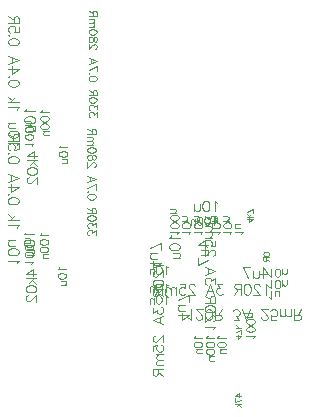
<source format=gbr>
%TF.GenerationSoftware,Altium Limited,Altium Designer,20.1.12 (249)*%
G04 Layer_Color=8388736*
%FSLAX45Y45*%
%MOMM*%
%TF.SameCoordinates,4EE8302A-A9A8-49E0-93C5-14594FCB678D*%
%TF.FilePolarity,Positive*%
%TF.FileFunction,Other,M22-_Assy_Value-B*%
%TF.Part,Single*%
G01*
G75*
%TA.AperFunction,NonConductor*%
%ADD134C,0.07000*%
%ADD135C,0.09000*%
%ADD136C,0.05000*%
D134*
X894985Y1396665D02*
Y1433324D01*
X868324Y1413328D01*
Y1423326D01*
X864992Y1429992D01*
X861659Y1433324D01*
X851661Y1436657D01*
X844996D01*
X834998Y1433324D01*
X828333Y1426659D01*
X825000Y1416661D01*
Y1406663D01*
X828333Y1396665D01*
X831665Y1393333D01*
X838331Y1390000D01*
X894985Y1458985D02*
Y1495644D01*
X868324Y1475649D01*
Y1485647D01*
X864992Y1492312D01*
X861659Y1495644D01*
X851661Y1498977D01*
X844996D01*
X834998Y1495644D01*
X828333Y1488979D01*
X825000Y1478981D01*
Y1468983D01*
X828333Y1458985D01*
X831665Y1455653D01*
X838331Y1452320D01*
X894985Y1534636D02*
X891653Y1524638D01*
X881655Y1517973D01*
X864992Y1514640D01*
X854994D01*
X838331Y1517973D01*
X828333Y1524638D01*
X825000Y1534636D01*
Y1541301D01*
X828333Y1551299D01*
X838331Y1557964D01*
X854994Y1561297D01*
X864992D01*
X881655Y1557964D01*
X891653Y1551299D01*
X894985Y1541301D01*
Y1534636D01*
Y1576961D02*
X825000D01*
X894985D02*
Y1606954D01*
X891653Y1616952D01*
X888320Y1620285D01*
X881655Y1623617D01*
X874990D01*
X868324Y1620285D01*
X864992Y1616952D01*
X861659Y1606954D01*
Y1576961D01*
Y1600289D02*
X825000Y1623617D01*
X894985Y1714265D02*
X891653Y1704267D01*
X881655Y1697602D01*
X864992Y1694269D01*
X854994D01*
X838331Y1697602D01*
X828333Y1704267D01*
X825000Y1714265D01*
Y1720930D01*
X828333Y1730928D01*
X838331Y1737593D01*
X854994Y1740926D01*
X864992D01*
X881655Y1737593D01*
X891653Y1730928D01*
X894985Y1720930D01*
Y1714265D01*
X831665Y1759922D02*
X828333Y1756589D01*
X825000Y1759922D01*
X828333Y1763254D01*
X831665Y1759922D01*
X894985Y1825241D02*
X825000Y1791915D01*
X894985Y1778584D02*
Y1825241D01*
X825000Y1894227D02*
X894985Y1867566D01*
X825000Y1840905D01*
X848329Y1850903D02*
Y1884229D01*
X878322Y1968877D02*
X881655D01*
X888320Y1972210D01*
X891653Y1975543D01*
X894985Y1982208D01*
Y1995538D01*
X891653Y2002204D01*
X888320Y2005536D01*
X881655Y2008869D01*
X874990D01*
X868324Y2005536D01*
X858326Y1998871D01*
X825000Y1965545D01*
Y2012201D01*
X894985Y2044528D02*
X891653Y2034530D01*
X884987Y2031198D01*
X878322D01*
X871657Y2034530D01*
X868324Y2041195D01*
X864992Y2054526D01*
X861659Y2064524D01*
X854994Y2071189D01*
X848329Y2074522D01*
X838331D01*
X831665Y2071189D01*
X828333Y2067856D01*
X825000Y2057858D01*
Y2044528D01*
X828333Y2034530D01*
X831665Y2031198D01*
X838331Y2027865D01*
X848329D01*
X854994Y2031198D01*
X861659Y2037863D01*
X864992Y2047861D01*
X868324Y2061191D01*
X871657Y2067856D01*
X878322Y2071189D01*
X884987D01*
X891653Y2067856D01*
X894985Y2057858D01*
Y2044528D01*
Y2110181D02*
X891653Y2100183D01*
X881655Y2093518D01*
X864992Y2090185D01*
X854994D01*
X838331Y2093518D01*
X828333Y2100183D01*
X825000Y2110181D01*
Y2116846D01*
X828333Y2126844D01*
X838331Y2133509D01*
X854994Y2136842D01*
X864992D01*
X881655Y2133509D01*
X891653Y2126844D01*
X894985Y2116846D01*
Y2110181D01*
X871657Y2152505D02*
X825000D01*
X858326D02*
X868324Y2162503D01*
X871657Y2169168D01*
Y2179166D01*
X868324Y2185832D01*
X858326Y2189164D01*
X825000D01*
X858326D02*
X868324Y2199162D01*
X871657Y2205827D01*
Y2215825D01*
X868324Y2222490D01*
X858326Y2225823D01*
X825000D01*
X894985Y2247818D02*
X825000D01*
X894985D02*
Y2277812D01*
X891653Y2287810D01*
X888320Y2291142D01*
X881655Y2294475D01*
X874990D01*
X868324Y2291142D01*
X864992Y2287810D01*
X861659Y2277812D01*
Y2247818D01*
Y2271147D02*
X825000Y2294475D01*
X598345Y2155000D02*
X595013Y2148335D01*
X585015Y2138337D01*
X655000D01*
X585015Y2083682D02*
X588348Y2093679D01*
X598345Y2100345D01*
X615008Y2103677D01*
X625006D01*
X641670Y2100345D01*
X651667Y2093679D01*
X655000Y2083682D01*
Y2077016D01*
X651667Y2067018D01*
X641670Y2060353D01*
X625006Y2057021D01*
X615008D01*
X598345Y2060353D01*
X588348Y2067018D01*
X585015Y2077016D01*
Y2083682D01*
X608343Y2041357D02*
X641670D01*
X651667Y2038024D01*
X655000Y2031359D01*
Y2021361D01*
X651667Y2014696D01*
X641670Y2004698D01*
X608343D02*
X655000D01*
X588345Y1122500D02*
X585013Y1115835D01*
X575015Y1105837D01*
X645000D01*
X575015Y1051182D02*
X578348Y1061179D01*
X588345Y1067845D01*
X605008Y1071177D01*
X615006D01*
X631670Y1067845D01*
X641667Y1061179D01*
X645000Y1051182D01*
Y1044516D01*
X641667Y1034519D01*
X631670Y1027853D01*
X615006Y1024521D01*
X605008D01*
X588345Y1027853D01*
X578348Y1034519D01*
X575015Y1044516D01*
Y1051182D01*
X598343Y1008857D02*
X631670D01*
X641667Y1005525D01*
X645000Y998859D01*
Y988862D01*
X641667Y982196D01*
X631670Y972198D01*
X598343D02*
X645000D01*
X1584155Y1402500D02*
X1587487Y1409165D01*
X1597485Y1419163D01*
X1527500D01*
X1597485Y1473818D02*
X1594153Y1463821D01*
X1584155Y1457155D01*
X1567492Y1453823D01*
X1557494D01*
X1540831Y1457155D01*
X1530833Y1463821D01*
X1527500Y1473818D01*
Y1480484D01*
X1530833Y1490481D01*
X1540831Y1497147D01*
X1557494Y1500479D01*
X1567492D01*
X1584155Y1497147D01*
X1594153Y1490481D01*
X1597485Y1480484D01*
Y1473818D01*
Y1536138D02*
X1594153Y1526141D01*
X1584155Y1519475D01*
X1567492Y1516143D01*
X1557494D01*
X1540831Y1519475D01*
X1530833Y1526141D01*
X1527500Y1536138D01*
Y1542804D01*
X1530833Y1552802D01*
X1540831Y1559467D01*
X1557494Y1562800D01*
X1567492D01*
X1584155Y1559467D01*
X1594153Y1552802D01*
X1597485Y1542804D01*
Y1536138D01*
X1574157Y1578463D02*
X1527500D01*
X1560826D02*
X1570824Y1588461D01*
X1574157Y1595126D01*
Y1605124D01*
X1570824Y1611789D01*
X1560826Y1615122D01*
X1527500D01*
X904985Y2396665D02*
Y2433324D01*
X878324Y2413328D01*
Y2423326D01*
X874992Y2429992D01*
X871659Y2433324D01*
X861661Y2436657D01*
X854996D01*
X844998Y2433324D01*
X838333Y2426659D01*
X835000Y2416661D01*
Y2406663D01*
X838333Y2396665D01*
X841665Y2393333D01*
X848331Y2390000D01*
X904985Y2458985D02*
Y2495644D01*
X878324Y2475649D01*
Y2485647D01*
X874992Y2492312D01*
X871659Y2495644D01*
X861661Y2498977D01*
X854996D01*
X844998Y2495644D01*
X838333Y2488979D01*
X835000Y2478981D01*
Y2468983D01*
X838333Y2458985D01*
X841665Y2455653D01*
X848331Y2452320D01*
X904985Y2534636D02*
X901653Y2524638D01*
X891655Y2517973D01*
X874992Y2514640D01*
X864994D01*
X848331Y2517973D01*
X838333Y2524638D01*
X835000Y2534636D01*
Y2541301D01*
X838333Y2551299D01*
X848331Y2557964D01*
X864994Y2561297D01*
X874992D01*
X891655Y2557964D01*
X901653Y2551299D01*
X904985Y2541301D01*
Y2534636D01*
Y2576961D02*
X835000D01*
X904985D02*
Y2606954D01*
X901653Y2616952D01*
X898320Y2620285D01*
X891655Y2623617D01*
X884990D01*
X878324Y2620285D01*
X874992Y2616952D01*
X871659Y2606954D01*
Y2576961D01*
Y2600289D02*
X835000Y2623617D01*
X904985Y2714265D02*
X901653Y2704267D01*
X891655Y2697602D01*
X874992Y2694269D01*
X864994D01*
X848331Y2697602D01*
X838333Y2704267D01*
X835000Y2714265D01*
Y2720930D01*
X838333Y2730928D01*
X848331Y2737593D01*
X864994Y2740926D01*
X874992D01*
X891655Y2737593D01*
X901653Y2730928D01*
X904985Y2720930D01*
Y2714265D01*
X841665Y2759922D02*
X838333Y2756589D01*
X835000Y2759922D01*
X838333Y2763254D01*
X841665Y2759922D01*
X904985Y2825241D02*
X835000Y2791915D01*
X904985Y2778584D02*
Y2825241D01*
X835000Y2894227D02*
X904985Y2867566D01*
X835000Y2840905D01*
X858328Y2850903D02*
Y2884229D01*
X888322Y2968877D02*
X891655D01*
X898320Y2972210D01*
X901653Y2975543D01*
X904985Y2982208D01*
Y2995538D01*
X901653Y3002204D01*
X898320Y3005536D01*
X891655Y3008869D01*
X884990D01*
X878324Y3005536D01*
X868326Y2998871D01*
X835000Y2965545D01*
Y3012201D01*
X904985Y3044528D02*
X901653Y3034530D01*
X894987Y3031198D01*
X888322D01*
X881657Y3034530D01*
X878324Y3041195D01*
X874992Y3054526D01*
X871659Y3064524D01*
X864994Y3071189D01*
X858328Y3074522D01*
X848331D01*
X841665Y3071189D01*
X838333Y3067856D01*
X835000Y3057859D01*
Y3044528D01*
X838333Y3034530D01*
X841665Y3031198D01*
X848331Y3027865D01*
X858328D01*
X864994Y3031198D01*
X871659Y3037863D01*
X874992Y3047861D01*
X878324Y3061191D01*
X881657Y3067856D01*
X888322Y3071189D01*
X894987D01*
X901653Y3067856D01*
X904985Y3057859D01*
Y3044528D01*
Y3110181D02*
X901653Y3100183D01*
X891655Y3093518D01*
X874992Y3090185D01*
X864994D01*
X848331Y3093518D01*
X838333Y3100183D01*
X835000Y3110181D01*
Y3116846D01*
X838333Y3126844D01*
X848331Y3133509D01*
X864994Y3136842D01*
X874992D01*
X891655Y3133509D01*
X901653Y3126844D01*
X904985Y3116846D01*
Y3110181D01*
X881657Y3152505D02*
X835000D01*
X868326D02*
X878324Y3162503D01*
X881657Y3169168D01*
Y3179166D01*
X878324Y3185832D01*
X868326Y3189164D01*
X835000D01*
X868326D02*
X878324Y3199162D01*
X881657Y3205827D01*
Y3215825D01*
X878324Y3222490D01*
X868326Y3225823D01*
X835000D01*
X904985Y3247818D02*
X835000D01*
X904985D02*
Y3277812D01*
X901653Y3287810D01*
X898320Y3291142D01*
X891655Y3294475D01*
X884990D01*
X878324Y3291142D01*
X874992Y3287810D01*
X871659Y3277812D01*
Y3247818D01*
Y3271147D02*
X835000Y3294475D01*
X440845Y2452500D02*
X437513Y2445835D01*
X427515Y2435837D01*
X497500D01*
X427515Y2381182D02*
X430847Y2391179D01*
X440845Y2397845D01*
X457508Y2401177D01*
X467506D01*
X484169Y2397845D01*
X494167Y2391179D01*
X497500Y2381182D01*
Y2374516D01*
X494167Y2364519D01*
X484169Y2357853D01*
X467506Y2354521D01*
X457508D01*
X440845Y2357853D01*
X430847Y2364519D01*
X427515Y2374516D01*
Y2381182D01*
Y2318862D02*
X430847Y2328859D01*
X440845Y2335524D01*
X457508Y2338857D01*
X467506D01*
X484169Y2335524D01*
X494167Y2328859D01*
X497500Y2318862D01*
Y2312196D01*
X494167Y2302198D01*
X484169Y2295533D01*
X467506Y2292200D01*
X457508D01*
X440845Y2295533D01*
X430847Y2302198D01*
X427515Y2312196D01*
Y2318862D01*
X450843Y2276537D02*
X497500D01*
X464174D02*
X454176Y2266539D01*
X450843Y2259874D01*
Y2249876D01*
X454176Y2243211D01*
X464174Y2239878D01*
X497500D01*
X354155Y2150000D02*
X357487Y2156665D01*
X367485Y2166663D01*
X297500D01*
X367485Y2221318D02*
X364152Y2211320D01*
X354155Y2204655D01*
X337492Y2201322D01*
X327494D01*
X310830Y2204655D01*
X300833Y2211320D01*
X297500Y2221318D01*
Y2227984D01*
X300833Y2237981D01*
X310830Y2244647D01*
X327494Y2247979D01*
X337492D01*
X354155Y2244647D01*
X364152Y2237981D01*
X367485Y2227984D01*
Y2221318D01*
Y2283638D02*
X364152Y2273641D01*
X354155Y2266975D01*
X337492Y2263643D01*
X327494D01*
X310830Y2266975D01*
X300833Y2273641D01*
X297500Y2283638D01*
Y2290304D01*
X300833Y2300301D01*
X310830Y2306967D01*
X327494Y2310299D01*
X337492D01*
X354155Y2306967D01*
X364152Y2300301D01*
X367485Y2290304D01*
Y2283638D01*
X344157Y2325963D02*
X297500D01*
X330826D02*
X340824Y2335961D01*
X344157Y2342626D01*
Y2352624D01*
X340824Y2359289D01*
X330826Y2362622D01*
X297500D01*
X435845Y1409999D02*
X432513Y1403334D01*
X422515Y1393336D01*
X492500D01*
X422515Y1338681D02*
X425848Y1348679D01*
X435845Y1355344D01*
X452508Y1358677D01*
X462506D01*
X479169Y1355344D01*
X489167Y1348679D01*
X492500Y1338681D01*
Y1332016D01*
X489167Y1322018D01*
X479169Y1315353D01*
X462506Y1312020D01*
X452508D01*
X435845Y1315353D01*
X425848Y1322018D01*
X422515Y1332016D01*
Y1338681D01*
Y1276361D02*
X425848Y1286359D01*
X435845Y1293024D01*
X452508Y1296357D01*
X462506D01*
X479169Y1293024D01*
X489167Y1286359D01*
X492500Y1276361D01*
Y1269696D01*
X489167Y1259698D01*
X479169Y1253033D01*
X462506Y1249700D01*
X452508D01*
X435845Y1253033D01*
X425848Y1259698D01*
X422515Y1269696D01*
Y1276361D01*
X445843Y1234037D02*
X492500D01*
X459174D02*
X449176Y1224039D01*
X445843Y1217373D01*
Y1207376D01*
X449176Y1200710D01*
X459174Y1197378D01*
X492500D01*
X351655Y1152500D02*
X354987Y1159165D01*
X364985Y1169163D01*
X295000D01*
X364985Y1223818D02*
X361653Y1213820D01*
X351655Y1207155D01*
X334992Y1203822D01*
X324994D01*
X308331Y1207155D01*
X298333Y1213820D01*
X295000Y1223818D01*
Y1230483D01*
X298333Y1240481D01*
X308331Y1247146D01*
X324994Y1250479D01*
X334992D01*
X351655Y1247146D01*
X361653Y1240481D01*
X364985Y1230483D01*
Y1223818D01*
Y1286138D02*
X361653Y1276140D01*
X351655Y1269475D01*
X334992Y1266143D01*
X324994D01*
X308331Y1269475D01*
X298333Y1276140D01*
X295000Y1286138D01*
Y1292804D01*
X298333Y1302801D01*
X308331Y1309467D01*
X324994Y1312799D01*
X334992D01*
X351655Y1309467D01*
X361653Y1302801D01*
X364985Y1292804D01*
Y1286138D01*
X341657Y1328463D02*
X295000D01*
X328326D02*
X338324Y1338461D01*
X341657Y1345126D01*
Y1355124D01*
X338324Y1361789D01*
X328326Y1365121D01*
X295000D01*
X2229155Y522500D02*
X2232487Y529165D01*
X2242485Y539163D01*
X2172500D01*
X2242485Y593818D02*
X2239152Y583821D01*
X2229155Y577155D01*
X2212492Y573823D01*
X2202494D01*
X2185831Y577155D01*
X2175833Y583821D01*
X2172500Y593818D01*
Y600484D01*
X2175833Y610481D01*
X2185831Y617147D01*
X2202494Y620479D01*
X2212492D01*
X2229155Y617147D01*
X2239152Y610481D01*
X2242485Y600484D01*
Y593818D01*
Y656138D02*
X2239152Y646141D01*
X2229155Y639475D01*
X2212492Y636143D01*
X2202494D01*
X2185831Y639475D01*
X2175833Y646141D01*
X2172500Y656138D01*
Y662804D01*
X2175833Y672802D01*
X2185831Y679467D01*
X2202494Y682799D01*
X2212492D01*
X2229155Y679467D01*
X2239152Y672802D01*
X2242485Y662804D01*
Y656138D01*
X2219157Y698463D02*
X2172500D01*
X2205826D02*
X2215824Y708461D01*
X2219157Y715126D01*
Y725124D01*
X2215824Y731789D01*
X2205826Y735122D01*
X2172500D01*
X1912500Y1536655D02*
X1905835Y1539988D01*
X1895837Y1549985D01*
Y1480000D01*
X1841182Y1549985D02*
X1851180Y1546653D01*
X1857845Y1536655D01*
X1861178Y1519992D01*
Y1509994D01*
X1857845Y1493331D01*
X1851180Y1483333D01*
X1841182Y1480000D01*
X1834517D01*
X1824519Y1483333D01*
X1817854Y1493331D01*
X1814521Y1509994D01*
Y1519992D01*
X1817854Y1536655D01*
X1824519Y1546653D01*
X1834517Y1549985D01*
X1841182D01*
X1778862D02*
X1788860Y1546653D01*
X1795525Y1536655D01*
X1798857Y1519992D01*
Y1509994D01*
X1795525Y1493331D01*
X1788860Y1483333D01*
X1778862Y1480000D01*
X1772196D01*
X1762199Y1483333D01*
X1755533Y1493331D01*
X1752201Y1509994D01*
Y1519992D01*
X1755533Y1536655D01*
X1762199Y1546653D01*
X1772196Y1549985D01*
X1778862D01*
X1736537Y1526657D02*
Y1480000D01*
Y1513327D02*
X1726539Y1523324D01*
X1719874Y1526657D01*
X1709876D01*
X1703211Y1523324D01*
X1699878Y1513327D01*
Y1480000D01*
X1843345Y542500D02*
X1840013Y535835D01*
X1830015Y525837D01*
X1900000D01*
X1830015Y471182D02*
X1833348Y481180D01*
X1843345Y487845D01*
X1860008Y491178D01*
X1870006D01*
X1886670Y487845D01*
X1896667Y481180D01*
X1900000Y471182D01*
Y464516D01*
X1896667Y454519D01*
X1886670Y447854D01*
X1870006Y444521D01*
X1860008D01*
X1843345Y447854D01*
X1833348Y454519D01*
X1830015Y464516D01*
Y471182D01*
Y408862D02*
X1833348Y418859D01*
X1843345Y425525D01*
X1860008Y428857D01*
X1870006D01*
X1886670Y425525D01*
X1896667Y418859D01*
X1900000Y408862D01*
Y402196D01*
X1896667Y392199D01*
X1886670Y385533D01*
X1870006Y382201D01*
X1860008D01*
X1843345Y385533D01*
X1833348Y392199D01*
X1830015Y402196D01*
Y408862D01*
X1853343Y366537D02*
X1900000D01*
X1866674D02*
X1856676Y356539D01*
X1853343Y349874D01*
Y339876D01*
X1856676Y333211D01*
X1866674Y329878D01*
X1900000D01*
X2129155Y1402500D02*
X2132487Y1409165D01*
X2142485Y1419163D01*
X2072500D01*
X2119157Y1453823D02*
X2085831D01*
X2075833Y1457155D01*
X2072500Y1463821D01*
Y1473818D01*
X2075833Y1480484D01*
X2085831Y1490481D01*
X2119157D02*
X2072500D01*
X1681655Y1402500D02*
X1684987Y1409165D01*
X1694985Y1419163D01*
X1625000D01*
X1694985Y1473818D02*
X1691653Y1463821D01*
X1681655Y1457155D01*
X1664992Y1453823D01*
X1654994D01*
X1638331Y1457155D01*
X1628333Y1463821D01*
X1625000Y1473818D01*
Y1480484D01*
X1628333Y1490481D01*
X1638331Y1497147D01*
X1654994Y1500479D01*
X1664992D01*
X1681655Y1497147D01*
X1691653Y1490481D01*
X1694985Y1480484D01*
Y1473818D01*
X1671657Y1516143D02*
X1625000D01*
X1658327D02*
X1668324Y1526141D01*
X1671657Y1532806D01*
Y1542804D01*
X1668324Y1549469D01*
X1658327Y1552802D01*
X1625000D01*
X1505000Y869155D02*
X1498335Y872487D01*
X1488337Y882485D01*
Y812500D01*
X1433682Y882485D02*
X1443680Y879152D01*
X1450345Y869155D01*
X1453678Y852492D01*
Y842494D01*
X1450345Y825830D01*
X1443680Y815833D01*
X1433682Y812500D01*
X1427016D01*
X1417019Y815833D01*
X1410354Y825830D01*
X1407021Y842494D01*
Y852492D01*
X1410354Y869155D01*
X1417019Y879152D01*
X1427016Y882485D01*
X1433682D01*
X1391357Y859157D02*
Y812500D01*
Y845826D02*
X1381359Y855824D01*
X1374694Y859157D01*
X1364696D01*
X1358031Y855824D01*
X1354699Y845826D01*
Y812500D01*
X1934155Y1402500D02*
X1937487Y1409165D01*
X1947485Y1419163D01*
X1877500D01*
X1947485Y1473818D02*
X1944153Y1463821D01*
X1934155Y1457155D01*
X1917492Y1453823D01*
X1907494D01*
X1890831Y1457155D01*
X1880833Y1463821D01*
X1877500Y1473818D01*
Y1480484D01*
X1880833Y1490481D01*
X1890831Y1497147D01*
X1907494Y1500479D01*
X1917492D01*
X1934155Y1497147D01*
X1944153Y1490481D01*
X1947485Y1480484D01*
Y1473818D01*
X1924157Y1516143D02*
X1877500D01*
X1910827D02*
X1920824Y1526141D01*
X1924157Y1532806D01*
Y1542804D01*
X1920824Y1549469D01*
X1910827Y1552802D01*
X1877500D01*
X1505000Y1119155D02*
X1498335Y1122487D01*
X1488337Y1132485D01*
Y1062500D01*
X1433682Y1132485D02*
X1443680Y1129152D01*
X1450345Y1119155D01*
X1453678Y1102492D01*
Y1092494D01*
X1450345Y1075830D01*
X1443680Y1065833D01*
X1433682Y1062500D01*
X1427016D01*
X1417019Y1065833D01*
X1410354Y1075830D01*
X1407021Y1092494D01*
Y1102492D01*
X1410354Y1119155D01*
X1417019Y1129152D01*
X1427016Y1132485D01*
X1433682D01*
X1391357Y1109157D02*
Y1062500D01*
Y1095826D02*
X1381359Y1105824D01*
X1374694Y1109157D01*
X1364696D01*
X1358031Y1105824D01*
X1354699Y1095826D01*
Y1062500D01*
X1505000Y969155D02*
X1498335Y972487D01*
X1488337Y982485D01*
Y912500D01*
X1433682Y982485D02*
X1443680Y979152D01*
X1450345Y969155D01*
X1453678Y952492D01*
Y942494D01*
X1450345Y925831D01*
X1443680Y915833D01*
X1433682Y912500D01*
X1427016D01*
X1417019Y915833D01*
X1410354Y925831D01*
X1407021Y942494D01*
Y952492D01*
X1410354Y969155D01*
X1417019Y979152D01*
X1427016Y982485D01*
X1433682D01*
X1391357Y959157D02*
Y912500D01*
Y945826D02*
X1381359Y955824D01*
X1374694Y959157D01*
X1364696D01*
X1358031Y955824D01*
X1354699Y945826D01*
Y912500D01*
X1738346Y542500D02*
X1735013Y535835D01*
X1725015Y525837D01*
X1795000D01*
X1725015Y471182D02*
X1728348Y481180D01*
X1738346Y487845D01*
X1755009Y491178D01*
X1765007D01*
X1781670Y487845D01*
X1791667Y481180D01*
X1795000Y471182D01*
Y464516D01*
X1791667Y454519D01*
X1781670Y447854D01*
X1765007Y444521D01*
X1755009D01*
X1738346Y447854D01*
X1728348Y454519D01*
X1725015Y464516D01*
Y471182D01*
X1748343Y428857D02*
X1795000D01*
X1761674D02*
X1751676Y418859D01*
X1748343Y412194D01*
Y402196D01*
X1751676Y395531D01*
X1761674Y392199D01*
X1795000D01*
X1784155Y1402500D02*
X1787487Y1409165D01*
X1797485Y1419163D01*
X1727500D01*
X1797485Y1473818D02*
X1794153Y1463821D01*
X1784155Y1457155D01*
X1767492Y1453823D01*
X1757494D01*
X1740831Y1457155D01*
X1730833Y1463821D01*
X1727500Y1473818D01*
Y1480484D01*
X1730833Y1490481D01*
X1740831Y1497147D01*
X1757494Y1500479D01*
X1767492D01*
X1784155Y1497147D01*
X1794153Y1490481D01*
X1797485Y1480484D01*
Y1473818D01*
X1774157Y1516143D02*
X1727500D01*
X1760827D02*
X1770824Y1526141D01*
X1774157Y1532806D01*
Y1542804D01*
X1770824Y1549469D01*
X1760827Y1552802D01*
X1727500D01*
X2362500Y1053345D02*
X2369165Y1050013D01*
X2379163Y1040015D01*
Y1110000D01*
X2433818Y1040015D02*
X2423821Y1043348D01*
X2417155Y1053345D01*
X2413823Y1070009D01*
Y1080006D01*
X2417155Y1096670D01*
X2423821Y1106667D01*
X2433818Y1110000D01*
X2440484D01*
X2450482Y1106667D01*
X2457147Y1096670D01*
X2460479Y1080006D01*
Y1070009D01*
X2457147Y1053345D01*
X2450482Y1043348D01*
X2440484Y1040015D01*
X2433818D01*
X2476143Y1063343D02*
Y1110000D01*
Y1076674D02*
X2486141Y1066676D01*
X2492806Y1063343D01*
X2502804D01*
X2509469Y1066676D01*
X2512802Y1076674D01*
Y1110000D01*
X2362500Y865845D02*
X2369165Y862513D01*
X2379163Y852515D01*
Y922500D01*
X2413823Y875843D02*
Y909170D01*
X2417155Y919167D01*
X2423821Y922500D01*
X2433818D01*
X2440484Y919167D01*
X2450482Y909170D01*
Y875843D02*
Y922500D01*
X2362500Y955845D02*
X2369165Y952513D01*
X2379163Y942515D01*
Y1012500D01*
X2433818Y942515D02*
X2423821Y945848D01*
X2417155Y955845D01*
X2413823Y972509D01*
Y982507D01*
X2417155Y999170D01*
X2423821Y1009167D01*
X2433818Y1012500D01*
X2440484D01*
X2450482Y1009167D01*
X2457147Y999170D01*
X2460479Y982507D01*
Y972509D01*
X2457147Y955845D01*
X2450482Y945848D01*
X2440484Y942515D01*
X2433818D01*
X2476143Y965843D02*
Y1012500D01*
Y979174D02*
X2486141Y969176D01*
X2492806Y965843D01*
X2502804D01*
X2509469Y969176D01*
X2512802Y979174D01*
Y1012500D01*
X1938345Y542500D02*
X1935013Y535835D01*
X1925015Y525837D01*
X1995000D01*
X1925015Y471182D02*
X1928348Y481180D01*
X1938345Y487845D01*
X1955009Y491178D01*
X1965006D01*
X1981670Y487845D01*
X1991667Y481180D01*
X1995000Y471182D01*
Y464516D01*
X1991667Y454519D01*
X1981670Y447854D01*
X1965006Y444521D01*
X1955009D01*
X1938345Y447854D01*
X1928348Y454519D01*
X1925015Y464516D01*
Y471182D01*
X1948343Y428857D02*
X1995000D01*
X1961674D02*
X1951676Y418859D01*
X1948343Y412194D01*
Y402196D01*
X1951676Y395531D01*
X1961674Y392199D01*
X1995000D01*
X2031655Y1402500D02*
X2034988Y1409165D01*
X2044985Y1419163D01*
X1975000D01*
X2044985Y1473818D02*
X2041653Y1463821D01*
X2031655Y1457155D01*
X2014992Y1453823D01*
X2004994D01*
X1988331Y1457155D01*
X1978333Y1463821D01*
X1975000Y1473818D01*
Y1480484D01*
X1978333Y1490481D01*
X1988331Y1497147D01*
X2004994Y1500479D01*
X2014992D01*
X2031655Y1497147D01*
X2041653Y1490481D01*
X2044985Y1480484D01*
Y1473818D01*
X2021657Y1516143D02*
X1975000D01*
X2008327D02*
X2018324Y1526141D01*
X2021657Y1532806D01*
Y1542804D01*
X2018324Y1549469D01*
X2008327Y1552802D01*
X1975000D01*
D135*
X1394658Y1162500D02*
X1390374Y1153931D01*
X1377519Y1141076D01*
X1467500D01*
X1398943Y1092230D02*
X1394658D01*
X1386089Y1087945D01*
X1381804Y1083660D01*
X1377519Y1075091D01*
Y1057951D01*
X1381804Y1049382D01*
X1386089Y1045097D01*
X1394658Y1040812D01*
X1403228D01*
X1411798Y1045097D01*
X1424652Y1053666D01*
X1467500Y1096514D01*
Y1036527D01*
X1377519Y990680D02*
X1381804Y1003534D01*
X1394658Y1012104D01*
X1416083Y1016389D01*
X1428937D01*
X1450361Y1012104D01*
X1463215Y1003534D01*
X1467500Y990680D01*
Y982110D01*
X1463215Y969256D01*
X1450361Y960686D01*
X1428937Y956401D01*
X1416083D01*
X1394658Y960686D01*
X1381804Y969256D01*
X1377519Y982110D01*
Y990680D01*
Y936263D02*
X1467500D01*
X1377519D02*
Y897700D01*
X1381804Y884845D01*
X1386089Y880560D01*
X1394658Y876276D01*
X1403228D01*
X1411798Y880560D01*
X1416083Y884845D01*
X1420367Y897700D01*
Y936263D01*
Y906269D02*
X1467500Y876276D01*
X1377519Y776868D02*
Y729735D01*
X1411798Y755444D01*
Y742590D01*
X1416083Y734020D01*
X1420367Y729735D01*
X1433222Y725451D01*
X1441791D01*
X1454646Y729735D01*
X1463215Y738305D01*
X1467500Y751160D01*
Y764014D01*
X1463215Y776868D01*
X1458930Y781153D01*
X1450361Y785438D01*
X1467500Y636755D02*
X1377519Y671034D01*
X1467500Y705312D01*
X1437506Y692458D02*
Y649610D01*
X1398943Y540776D02*
X1394658D01*
X1386089Y536491D01*
X1381804Y532206D01*
X1377519Y523637D01*
Y506497D01*
X1381804Y497928D01*
X1386089Y493643D01*
X1394658Y489358D01*
X1403228D01*
X1411798Y493643D01*
X1424652Y502213D01*
X1467500Y545061D01*
Y485073D01*
X1377519Y413517D02*
Y456365D01*
X1416083Y460650D01*
X1411798Y456365D01*
X1407513Y443511D01*
Y430656D01*
X1411798Y417802D01*
X1420367Y409232D01*
X1433222Y404948D01*
X1441791D01*
X1454646Y409232D01*
X1463215Y417802D01*
X1467500Y430656D01*
Y443511D01*
X1463215Y456365D01*
X1458930Y460650D01*
X1450361Y464935D01*
X1407513Y384809D02*
X1467500D01*
X1424652D02*
X1411798Y371955D01*
X1407513Y363385D01*
Y350531D01*
X1411798Y341961D01*
X1424652Y337676D01*
X1467500D01*
X1424652D02*
X1411798Y324822D01*
X1407513Y316252D01*
Y303398D01*
X1411798Y294828D01*
X1424652Y290543D01*
X1467500D01*
X1377519Y262264D02*
X1467500D01*
X1377519D02*
Y223700D01*
X1381804Y210846D01*
X1386089Y206561D01*
X1394658Y202276D01*
X1403228D01*
X1411798Y206561D01*
X1416083Y210846D01*
X1420367Y223700D01*
Y262264D01*
Y232270D02*
X1467500Y202276D01*
X312519Y2064652D02*
X372506Y2107500D01*
Y2043228D01*
X312519Y2064652D02*
X402500D01*
X312519Y2027374D02*
X402500D01*
X342513Y1984526D02*
X385361Y2027374D01*
X368222Y2010235D02*
X402500Y1980241D01*
X312519Y1940393D02*
X316804Y1953247D01*
X329658Y1961817D01*
X351082Y1966101D01*
X363937D01*
X385361Y1961817D01*
X398215Y1953247D01*
X402500Y1940393D01*
Y1931823D01*
X398215Y1918969D01*
X385361Y1910399D01*
X363937Y1906114D01*
X351082D01*
X329658Y1910399D01*
X316804Y1918969D01*
X312519Y1931823D01*
Y1940393D01*
X333943Y1881691D02*
X329658D01*
X321089Y1877406D01*
X316804Y1873121D01*
X312519Y1864552D01*
Y1847412D01*
X316804Y1838843D01*
X321089Y1834558D01*
X329658Y1830273D01*
X338228D01*
X346797Y1834558D01*
X359652Y1843128D01*
X402500Y1885976D01*
Y1825988D01*
X227842Y2152500D02*
X232127Y2161070D01*
X244981Y2173924D01*
X155000D01*
X244981Y2244195D02*
X240696Y2231340D01*
X227842Y2222771D01*
X206418Y2218486D01*
X193563D01*
X172139Y2222771D01*
X159285Y2231340D01*
X155000Y2244195D01*
Y2252764D01*
X159285Y2265619D01*
X172139Y2274188D01*
X193563Y2278473D01*
X206418D01*
X227842Y2274188D01*
X240696Y2265619D01*
X244981Y2252764D01*
Y2244195D01*
X214987Y2298612D02*
X172139D01*
X159285Y2302896D01*
X155000Y2311466D01*
Y2324320D01*
X159285Y2332890D01*
X172139Y2345744D01*
X214987D02*
X155000D01*
X309658Y2465000D02*
X305374Y2456430D01*
X292519Y2443576D01*
X382500D01*
X292519Y2373305D02*
X296804Y2386160D01*
X309658Y2394730D01*
X331082Y2399014D01*
X343937D01*
X365361Y2394730D01*
X378215Y2386160D01*
X382500Y2373305D01*
Y2364736D01*
X378215Y2351882D01*
X365361Y2343312D01*
X343937Y2339027D01*
X331082D01*
X309658Y2343312D01*
X296804Y2351882D01*
X292519Y2364736D01*
Y2373305D01*
X322513Y2318888D02*
X365361D01*
X378215Y2314604D01*
X382500Y2306034D01*
Y2293180D01*
X378215Y2284610D01*
X365361Y2271756D01*
X322513D02*
X382500D01*
X227842Y2452500D02*
X232127Y2461069D01*
X244981Y2473924D01*
X155000D01*
X244981Y2518486D02*
X155000D01*
X214987Y2561334D02*
X172139Y2518486D01*
X189279Y2535625D02*
X155000Y2565618D01*
X244981Y2676166D02*
X240696Y2663312D01*
X227842Y2654742D01*
X206418Y2650457D01*
X193563D01*
X172139Y2654742D01*
X159285Y2663312D01*
X155000Y2676166D01*
Y2684736D01*
X159285Y2697590D01*
X172139Y2706160D01*
X193563Y2710445D01*
X206418D01*
X227842Y2706160D01*
X240696Y2697590D01*
X244981Y2684736D01*
Y2676166D01*
X163570Y2734868D02*
X159285Y2730583D01*
X155000Y2734868D01*
X159285Y2739153D01*
X163570Y2734868D01*
X244981Y2801711D02*
X184994Y2758863D01*
Y2823135D01*
X244981Y2801711D02*
X155000D01*
Y2907546D02*
X244981Y2873267D01*
X155000Y2838989D01*
X184994Y2851843D02*
Y2894691D01*
X244981Y3024949D02*
X240696Y3012095D01*
X227842Y3003525D01*
X206418Y2999240D01*
X193563D01*
X172139Y3003525D01*
X159285Y3012095D01*
X155000Y3024949D01*
Y3033518D01*
X159285Y3046373D01*
X172139Y3054943D01*
X193563Y3059227D01*
X206418D01*
X227842Y3054943D01*
X240696Y3046373D01*
X244981Y3033518D01*
Y3024949D01*
X163570Y3083651D02*
X159285Y3079366D01*
X155000Y3083651D01*
X159285Y3087936D01*
X163570Y3083651D01*
X244981Y3159063D02*
Y3116215D01*
X206418Y3111930D01*
X210703Y3116215D01*
X214987Y3129069D01*
Y3141924D01*
X210703Y3154778D01*
X202133Y3163348D01*
X189279Y3167633D01*
X180709D01*
X167855Y3163348D01*
X159285Y3154778D01*
X155000Y3141924D01*
Y3129069D01*
X159285Y3116215D01*
X163570Y3111930D01*
X172139Y3107646D01*
X244981Y3187771D02*
X155000D01*
X244981D02*
Y3226335D01*
X240696Y3239189D01*
X236411Y3243474D01*
X227842Y3247759D01*
X219272D01*
X210703Y3243474D01*
X206418Y3239189D01*
X202133Y3226335D01*
Y3187771D01*
Y3217765D02*
X155000Y3247759D01*
X225342Y1155000D02*
X229626Y1163569D01*
X242481Y1176424D01*
X152500D01*
X242481Y1246694D02*
X238196Y1233840D01*
X225342Y1225270D01*
X203918Y1220986D01*
X191063D01*
X169639Y1225270D01*
X156785Y1233840D01*
X152500Y1246694D01*
Y1255264D01*
X156785Y1268118D01*
X169639Y1276688D01*
X191063Y1280973D01*
X203918D01*
X225342Y1276688D01*
X238196Y1268118D01*
X242481Y1255264D01*
Y1246694D01*
X212487Y1301111D02*
X169639D01*
X156785Y1305396D01*
X152500Y1313966D01*
Y1326820D01*
X156785Y1335390D01*
X169639Y1348244D01*
X212487D02*
X152500D01*
X225342Y1455000D02*
X229626Y1463569D01*
X242481Y1476424D01*
X152500D01*
X242481Y1520986D02*
X152500D01*
X212487Y1563834D02*
X169639Y1520986D01*
X186778Y1538125D02*
X152500Y1568118D01*
X242481Y1678666D02*
X238196Y1665812D01*
X225342Y1657242D01*
X203918Y1652957D01*
X191063D01*
X169639Y1657242D01*
X156785Y1665812D01*
X152500Y1678666D01*
Y1687236D01*
X156785Y1700090D01*
X169639Y1708660D01*
X191063Y1712945D01*
X203918D01*
X225342Y1708660D01*
X238196Y1700090D01*
X242481Y1687236D01*
Y1678666D01*
X161070Y1737368D02*
X156785Y1733083D01*
X152500Y1737368D01*
X156785Y1741653D01*
X161070Y1737368D01*
X242481Y1804211D02*
X182494Y1761363D01*
Y1825635D01*
X242481Y1804211D02*
X152500D01*
Y1910045D02*
X242481Y1875767D01*
X152500Y1841489D01*
X182494Y1854343D02*
Y1897191D01*
X242481Y2027449D02*
X238196Y2014594D01*
X225342Y2006025D01*
X203918Y2001740D01*
X191063D01*
X169639Y2006025D01*
X156785Y2014594D01*
X152500Y2027449D01*
Y2036018D01*
X156785Y2048873D01*
X169639Y2057442D01*
X191063Y2061727D01*
X203918D01*
X225342Y2057442D01*
X238196Y2048873D01*
X242481Y2036018D01*
Y2027449D01*
X161070Y2086151D02*
X156785Y2081866D01*
X152500Y2086151D01*
X156785Y2090435D01*
X161070Y2086151D01*
X242481Y2161563D02*
Y2118715D01*
X203918Y2114430D01*
X208203Y2118715D01*
X212487Y2131569D01*
Y2144424D01*
X208203Y2157278D01*
X199633Y2165848D01*
X186778Y2170133D01*
X178209D01*
X165355Y2165848D01*
X156785Y2157278D01*
X152500Y2144424D01*
Y2131569D01*
X156785Y2118715D01*
X161070Y2114430D01*
X169639Y2110145D01*
X242481Y2190271D02*
X152500D01*
X242481D02*
Y2228835D01*
X238196Y2241689D01*
X233911Y2245974D01*
X225342Y2250258D01*
X216772D01*
X208203Y2245974D01*
X203918Y2241689D01*
X199633Y2228835D01*
Y2190271D01*
Y2220265D02*
X152500Y2250258D01*
X304658Y1420000D02*
X300374Y1411430D01*
X287519Y1398576D01*
X377500D01*
X287519Y1328305D02*
X291804Y1341160D01*
X304658Y1349729D01*
X326082Y1354014D01*
X338937D01*
X360361Y1349729D01*
X373215Y1341160D01*
X377500Y1328305D01*
Y1319736D01*
X373215Y1306881D01*
X360361Y1298312D01*
X338937Y1294027D01*
X326082D01*
X304658Y1298312D01*
X291804Y1306881D01*
X287519Y1319736D01*
Y1328305D01*
X317513Y1273888D02*
X360361D01*
X373215Y1269604D01*
X377500Y1261034D01*
Y1248179D01*
X373215Y1239610D01*
X360361Y1226755D01*
X317513D02*
X377500D01*
X302519Y1067152D02*
X362506Y1110000D01*
Y1045728D01*
X302519Y1067152D02*
X392500D01*
X302519Y1029874D02*
X392500D01*
X332513Y987026D02*
X375361Y1029874D01*
X358222Y1012735D02*
X392500Y982741D01*
X302519Y942892D02*
X306804Y955747D01*
X319658Y964317D01*
X341082Y968601D01*
X353937D01*
X375361Y964317D01*
X388215Y955747D01*
X392500Y942892D01*
Y934323D01*
X388215Y921469D01*
X375361Y912899D01*
X353937Y908614D01*
X341082D01*
X319658Y912899D01*
X306804Y921469D01*
X302519Y934323D01*
Y942892D01*
X323943Y884191D02*
X319658D01*
X311089Y879906D01*
X306804Y875621D01*
X302519Y867052D01*
Y849912D01*
X306804Y841343D01*
X311089Y837058D01*
X319658Y832773D01*
X328228D01*
X336797Y837058D01*
X349652Y845627D01*
X392500Y888475D01*
Y828488D01*
X1925000Y1667842D02*
X1916431Y1672127D01*
X1903576Y1684981D01*
Y1595000D01*
X1833305Y1684981D02*
X1846160Y1680696D01*
X1854730Y1667842D01*
X1859014Y1646418D01*
Y1633564D01*
X1854730Y1612140D01*
X1846160Y1599285D01*
X1833305Y1595000D01*
X1824736D01*
X1811882Y1599285D01*
X1803312Y1612140D01*
X1799027Y1633564D01*
Y1646418D01*
X1803312Y1667842D01*
X1811882Y1680696D01*
X1824736Y1684981D01*
X1833305D01*
X1778888Y1654988D02*
Y1612140D01*
X1774604Y1599285D01*
X1766034Y1595000D01*
X1753180D01*
X1744610Y1599285D01*
X1731756Y1612140D01*
Y1654988D02*
Y1595000D01*
X1677500Y694658D02*
X1686070Y690374D01*
X1698924Y677519D01*
Y767500D01*
X1747771Y698943D02*
Y694658D01*
X1752056Y686089D01*
X1756340Y681804D01*
X1764910Y677519D01*
X1782049D01*
X1790619Y681804D01*
X1794903Y686089D01*
X1799188Y694658D01*
Y703228D01*
X1794903Y711797D01*
X1786334Y724652D01*
X1743486Y767500D01*
X1803473D01*
X1849321Y677519D02*
X1836466Y681804D01*
X1827897Y694658D01*
X1823612Y716082D01*
Y728937D01*
X1827897Y750361D01*
X1836466Y763215D01*
X1849321Y767500D01*
X1857890D01*
X1870745Y763215D01*
X1879314Y750361D01*
X1883599Y728937D01*
Y716082D01*
X1879314Y694658D01*
X1870745Y681804D01*
X1857890Y677519D01*
X1849321D01*
X1903738D02*
Y767500D01*
Y677519D02*
X1942301D01*
X1955155Y681804D01*
X1959440Y686089D01*
X1963725Y694658D01*
Y703228D01*
X1959440Y711797D01*
X1955155Y716082D01*
X1942301Y720367D01*
X1903738D01*
X1933731D02*
X1963725Y767500D01*
X2063132Y677519D02*
X2110265D01*
X2084556Y711797D01*
X2097411D01*
X2105980Y716082D01*
X2110265Y720367D01*
X2114550Y733222D01*
Y741791D01*
X2110265Y754645D01*
X2101695Y763215D01*
X2088841Y767500D01*
X2075986D01*
X2063132Y763215D01*
X2058847Y758930D01*
X2054563Y750361D01*
X2203245Y767500D02*
X2168967Y677519D01*
X2134688Y767500D01*
X2147543Y737506D02*
X2190391D01*
X2299225Y698943D02*
Y694658D01*
X2303509Y686089D01*
X2307794Y681804D01*
X2316364Y677519D01*
X2333503D01*
X2342073Y681804D01*
X2346357Y686089D01*
X2350642Y694658D01*
Y703228D01*
X2346357Y711797D01*
X2337788Y724652D01*
X2294940Y767500D01*
X2354927D01*
X2426483Y677519D02*
X2383635D01*
X2379350Y716082D01*
X2383635Y711797D01*
X2396489Y707513D01*
X2409344D01*
X2422198Y711797D01*
X2430768Y720367D01*
X2435053Y733222D01*
Y741791D01*
X2430768Y754645D01*
X2422198Y763215D01*
X2409344Y767500D01*
X2396489D01*
X2383635Y763215D01*
X2379350Y758930D01*
X2375066Y750361D01*
X2455191Y707513D02*
Y767500D01*
Y724652D02*
X2468046Y711797D01*
X2476615Y707513D01*
X2489470D01*
X2498039Y711797D01*
X2502324Y724652D01*
Y767500D01*
Y724652D02*
X2515179Y711797D01*
X2523748Y707513D01*
X2536602D01*
X2545172Y711797D01*
X2549457Y724652D01*
Y767500D01*
X2577737Y677519D02*
Y767500D01*
Y677519D02*
X2616300D01*
X2629154Y681804D01*
X2633439Y686089D01*
X2637724Y694658D01*
Y703228D01*
X2633439Y711797D01*
X2629154Y716082D01*
X2616300Y720367D01*
X2577737D01*
X2607730D02*
X2637724Y767500D01*
X1534658Y1390000D02*
X1530374Y1381431D01*
X1517519Y1368576D01*
X1607500D01*
X1517519Y1298306D02*
X1521804Y1311160D01*
X1534658Y1319730D01*
X1556082Y1324014D01*
X1568937D01*
X1590361Y1319730D01*
X1603215Y1311160D01*
X1607500Y1298306D01*
Y1289736D01*
X1603215Y1276882D01*
X1590361Y1268312D01*
X1568937Y1264027D01*
X1556082D01*
X1534658Y1268312D01*
X1521804Y1276882D01*
X1517519Y1289736D01*
Y1298306D01*
X1547513Y1243889D02*
X1590361D01*
X1603215Y1239604D01*
X1607500Y1231034D01*
Y1218180D01*
X1603215Y1209610D01*
X1590361Y1196756D01*
X1547513D02*
X1607500D01*
X1444981Y1155348D02*
X1384994Y1112500D01*
Y1176772D01*
X1444981Y1155348D02*
X1355000D01*
X1414988Y1192626D02*
X1372139D01*
X1359285Y1196911D01*
X1355000Y1205480D01*
Y1218335D01*
X1359285Y1226904D01*
X1372139Y1239759D01*
X1414988D02*
X1355000D01*
X1444981Y1323312D02*
X1355000Y1280464D01*
X1444981Y1263325D02*
Y1323312D01*
X1682481Y715348D02*
X1622494Y672500D01*
Y736772D01*
X1682481Y715348D02*
X1592500D01*
X1652487Y752626D02*
X1609639D01*
X1596785Y756911D01*
X1592500Y765480D01*
Y778335D01*
X1596785Y786904D01*
X1609639Y799759D01*
X1652487D02*
X1592500D01*
X1682481Y883312D02*
X1592500Y840464D01*
X1682481Y823325D02*
Y883312D01*
X1760019Y1307152D02*
X1820007Y1350000D01*
Y1285728D01*
X1760019Y1307152D02*
X1850000D01*
X1790013Y1269875D02*
X1832861D01*
X1845715Y1265590D01*
X1850000Y1257020D01*
Y1244166D01*
X1845715Y1235596D01*
X1832861Y1222742D01*
X1790013D02*
X1850000D01*
X1760019Y1139188D02*
X1850000Y1182036D01*
X1760019Y1199175D02*
Y1139188D01*
X1892842Y595000D02*
X1897127Y603570D01*
X1909981Y616424D01*
X1820000D01*
X1888557Y665271D02*
X1892842D01*
X1901411Y669556D01*
X1905696Y673840D01*
X1909981Y682410D01*
Y699549D01*
X1905696Y708119D01*
X1901411Y712403D01*
X1892842Y716688D01*
X1884272D01*
X1875703Y712403D01*
X1862848Y703834D01*
X1820000Y660986D01*
Y720973D01*
X1909981Y766821D02*
X1905696Y753966D01*
X1892842Y745397D01*
X1871418Y741112D01*
X1858563D01*
X1837139Y745397D01*
X1824285Y753966D01*
X1820000Y766821D01*
Y775390D01*
X1824285Y788245D01*
X1837139Y796814D01*
X1858563Y801099D01*
X1871418D01*
X1892842Y796814D01*
X1905696Y788245D01*
X1909981Y775390D01*
Y766821D01*
Y821238D02*
X1820000D01*
X1909981D02*
Y859801D01*
X1905696Y872655D01*
X1901411Y876940D01*
X1892842Y881225D01*
X1884272D01*
X1875703Y876940D01*
X1871418Y872655D01*
X1867133Y859801D01*
Y821238D01*
Y851231D02*
X1820000Y881225D01*
X1909981Y980632D02*
Y1027765D01*
X1875703Y1002056D01*
Y1014911D01*
X1871418Y1023480D01*
X1867133Y1027765D01*
X1854278Y1032050D01*
X1845709D01*
X1832855Y1027765D01*
X1824285Y1019195D01*
X1820000Y1006341D01*
Y993486D01*
X1824285Y980632D01*
X1828570Y976347D01*
X1837139Y972063D01*
X1820000Y1120745D02*
X1909981Y1086467D01*
X1820000Y1052188D01*
X1849994Y1065043D02*
Y1107891D01*
X1888557Y1216725D02*
X1892842D01*
X1901411Y1221009D01*
X1905696Y1225294D01*
X1909981Y1233864D01*
Y1251003D01*
X1905696Y1259573D01*
X1901411Y1263857D01*
X1892842Y1268142D01*
X1884272D01*
X1875703Y1263857D01*
X1862848Y1255288D01*
X1820000Y1212440D01*
Y1272427D01*
X1909981Y1343983D02*
Y1301135D01*
X1871418Y1296850D01*
X1875703Y1301135D01*
X1879987Y1313989D01*
Y1326844D01*
X1875703Y1339698D01*
X1867133Y1348268D01*
X1854278Y1352553D01*
X1845709D01*
X1832855Y1348268D01*
X1824285Y1339698D01*
X1820000Y1326844D01*
Y1313989D01*
X1824285Y1301135D01*
X1828570Y1296850D01*
X1837139Y1292566D01*
X1879987Y1372691D02*
X1820000D01*
X1862848D02*
X1875703Y1385546D01*
X1879987Y1394115D01*
Y1406970D01*
X1875703Y1415539D01*
X1862848Y1419824D01*
X1820000D01*
X1862848D02*
X1875703Y1432679D01*
X1879987Y1441248D01*
Y1454103D01*
X1875703Y1462672D01*
X1862848Y1466957D01*
X1820000D01*
X1909981Y1495237D02*
X1820000D01*
X1909981D02*
Y1533800D01*
X1905696Y1546654D01*
X1901411Y1550939D01*
X1892842Y1555224D01*
X1884272D01*
X1875703Y1550939D01*
X1871418Y1546654D01*
X1867133Y1533800D01*
Y1495237D01*
Y1525230D02*
X1820000Y1555224D01*
X2312152Y1119981D02*
X2355000Y1059994D01*
X2290728D01*
X2312152Y1119981D02*
Y1030000D01*
X2274875Y1089987D02*
Y1047139D01*
X2270590Y1034285D01*
X2262020Y1030000D01*
X2249166D01*
X2240596Y1034285D01*
X2227742Y1047139D01*
Y1089987D02*
Y1030000D01*
X2144188Y1119981D02*
X2187036Y1030000D01*
X2204175Y1119981D02*
X2144188D01*
X2355000Y962842D02*
X2346431Y967127D01*
X2333576Y979981D01*
Y890000D01*
X2284730Y958557D02*
Y962842D01*
X2280445Y971411D01*
X2276160Y975696D01*
X2267591Y979981D01*
X2250451D01*
X2241882Y975696D01*
X2237597Y971411D01*
X2233312Y962842D01*
Y954272D01*
X2237597Y945703D01*
X2246166Y932848D01*
X2289014Y890000D01*
X2229027D01*
X2183180Y979981D02*
X2196034Y975696D01*
X2204604Y962842D01*
X2208889Y941418D01*
Y928564D01*
X2204604Y907139D01*
X2196034Y894285D01*
X2183180Y890000D01*
X2174610D01*
X2161756Y894285D01*
X2153186Y907139D01*
X2148901Y928564D01*
Y941418D01*
X2153186Y962842D01*
X2161756Y975696D01*
X2174610Y979981D01*
X2183180D01*
X2128763D02*
Y890000D01*
Y979981D02*
X2090200D01*
X2077345Y975696D01*
X2073060Y971411D01*
X2068776Y962842D01*
Y954272D01*
X2073060Y945703D01*
X2077345Y941418D01*
X2090200Y937133D01*
X2128763D01*
X2098769D02*
X2068776Y890000D01*
X1969368Y979981D02*
X1922235D01*
X1947944Y945703D01*
X1935090D01*
X1926520Y941418D01*
X1922235Y937133D01*
X1917951Y924279D01*
Y915709D01*
X1922235Y902855D01*
X1930805Y894285D01*
X1943660Y890000D01*
X1956514D01*
X1969368Y894285D01*
X1973653Y898570D01*
X1977938Y907139D01*
X1829255Y890000D02*
X1863534Y979981D01*
X1897812Y890000D01*
X1884958Y919994D02*
X1842110D01*
X1733276Y958557D02*
Y962842D01*
X1728991Y971411D01*
X1724706Y975696D01*
X1716137Y979981D01*
X1698997D01*
X1690428Y975696D01*
X1686143Y971411D01*
X1681858Y962842D01*
Y954272D01*
X1686143Y945703D01*
X1694713Y932848D01*
X1737561Y890000D01*
X1677573D01*
X1606017Y979981D02*
X1648865D01*
X1653150Y941418D01*
X1648865Y945703D01*
X1636011Y949987D01*
X1623157D01*
X1610302Y945703D01*
X1601732Y937133D01*
X1597448Y924279D01*
Y915709D01*
X1601732Y902855D01*
X1610302Y894285D01*
X1623157Y890000D01*
X1636011D01*
X1648865Y894285D01*
X1653150Y898570D01*
X1657435Y907139D01*
X1577309Y949987D02*
Y890000D01*
Y932848D02*
X1564455Y945703D01*
X1555885Y949987D01*
X1543031D01*
X1534461Y945703D01*
X1530176Y932848D01*
Y890000D01*
Y932848D02*
X1517322Y945703D01*
X1508752Y949987D01*
X1495898D01*
X1487328Y945703D01*
X1483044Y932848D01*
Y890000D01*
X1454764Y979981D02*
Y890000D01*
Y979981D02*
X1416200D01*
X1403346Y975696D01*
X1399061Y971411D01*
X1394776Y962842D01*
Y954272D01*
X1399061Y945703D01*
X1403346Y941418D01*
X1416200Y937133D01*
X1454764D01*
X1424770D02*
X1394776Y890000D01*
D136*
X2315011Y1235717D02*
X2317391Y1242859D01*
X2324533Y1247620D01*
X2336435Y1250000D01*
X2343576D01*
X2355478Y1247620D01*
X2362620Y1242859D01*
X2365000Y1235717D01*
Y1230957D01*
X2362620Y1223815D01*
X2355478Y1219054D01*
X2343576Y1216674D01*
X2336435D01*
X2324533Y1219054D01*
X2317391Y1223815D01*
X2315011Y1230957D01*
Y1235717D01*
Y1205486D02*
X2365000D01*
X2315011D02*
Y1184062D01*
X2317391Y1176920D01*
X2319772Y1174540D01*
X2324533Y1172160D01*
X2329294D01*
X2334055Y1174540D01*
X2336435Y1176920D01*
X2338815Y1184062D01*
Y1205486D01*
Y1188823D02*
X2365000Y1172160D01*
X2224989Y1528804D02*
X2191663Y1505000D01*
Y1540707D01*
X2224989Y1528804D02*
X2175000D01*
X2224989Y1549514D02*
X2175000D01*
X2208326Y1573319D02*
X2184522Y1549514D01*
X2194043Y1559036D02*
X2175000Y1575699D01*
X2224989Y1616881D02*
X2175000Y1593076D01*
X2224989Y1583555D02*
Y1616881D01*
X2129989Y538804D02*
X2096663Y515000D01*
Y550707D01*
X2129989Y538804D02*
X2080000D01*
X2129989Y592840D02*
X2080000Y569036D01*
X2129989Y559514D02*
Y592840D01*
Y604029D02*
X2080000D01*
X2113326Y627833D02*
X2089522Y604029D01*
X2099043Y613550D02*
X2080000Y630213D01*
X2075011Y31196D02*
X2108337Y55000D01*
Y19293D01*
X2075011Y31196D02*
X2125000D01*
X2075011Y-22840D02*
X2125000Y964D01*
X2075011Y10486D02*
Y-22840D01*
Y-34029D02*
X2125000D01*
X2091674Y-57833D02*
X2115478Y-34029D01*
X2105957Y-43550D02*
X2125000Y-60213D01*
%TF.MD5,371ce58cff93a8e91e21a71d18533f48*%
M02*

</source>
